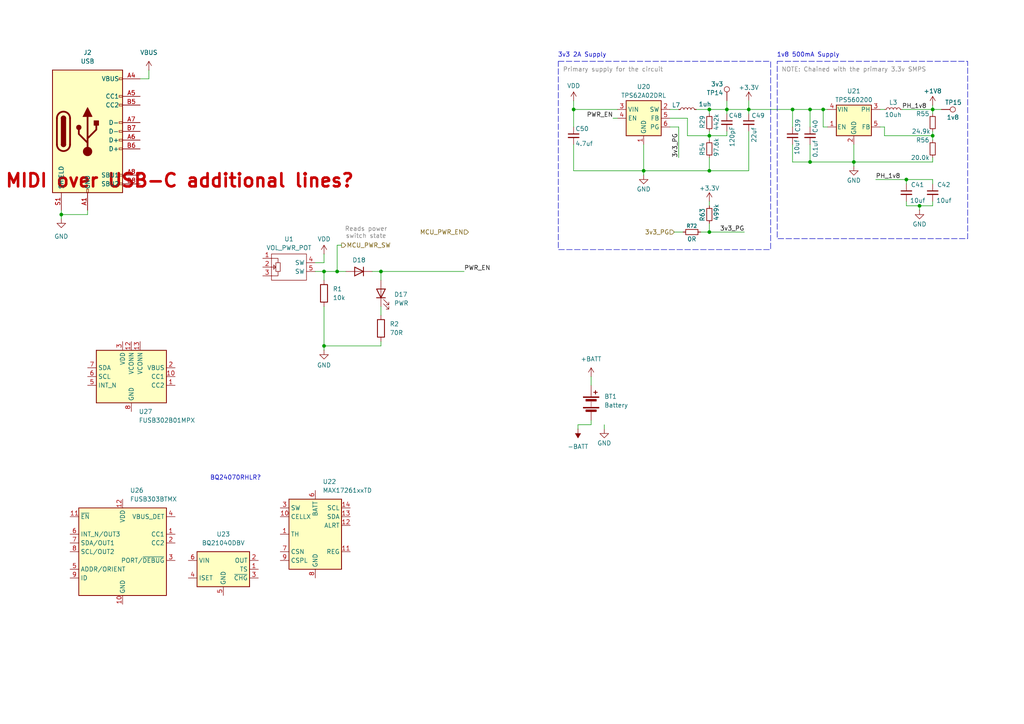
<source format=kicad_sch>
(kicad_sch (version 20250114) (generator "eeschema") (generator_version "9.0")
  (paper "A4")
  (lib_symbols
    (symbol "Battery_Management:BQ21040DBV"
      (property "Reference" "U" (at -7.62 6.35 0))
      (property "Value" "BQ21040DBV" (at 1.27 6.35 0))
      (symbol "BQ21040DBV_0_1"
        (rectangle (start -7.62 5.08) (end 7.62 -5.08) (stroke (width 0.254)) (fill (type background)))
      )
      (symbol "BQ21040DBV_1_1"
        (pin power_in line (at -10.16 2.54 0) (length 2.54) (name "VIN") (number "6"))
        (pin input line (at -10.16 -2.54 0) (length 2.54) (name "ISET") (number "4"))
        (pin power_in line (at 0 -7.62 90) (length 2.54) (name "GND") (number "5"))
        (pin power_out line (at 10.16 2.54 180) (length 2.54) (name "OUT") (number "2"))
        (pin input line (at 10.16 0 180) (length 2.54) (name "TS") (number "1"))
        (pin open_collector line (at 10.16 -2.54 180) (length 2.54) (name "~{CHG}") (number "3"))
      )
    )
    (symbol "Battery_Management:MAX17261xxTD"
      (property "Reference" "U" (at -6.985 11.43 0))
      (property "Value" "MAX17261xxTD" (at 8.255 11.43 0))
      (symbol "MAX17261xxTD_0_1"
        (rectangle (start -7.62 10.16) (end 7.62 -10.16) (stroke (width 0.254)) (fill (type background)))
      )
      (symbol "MAX17261xxTD_1_1"
        (pin output line (at -10.16 7.62 0) (length 2.54) (name "SW") (number "3"))
        (pin input line (at -10.16 5.08 0) (length 2.54) (name "CELLX") (number "10"))
        (pin passive line (at -10.16 0 0) (length 2.54) (name "TH") (number "1"))
        (pin passive line (at -10.16 -5.08 0) (length 2.54) (name "CSN") (number "7"))
        (pin passive line (at -10.16 -7.62 0) (length 2.54) (name "CSPL") (number "9"))
        (pin no_connect line (at -2.54 -10.16 90) (length 2.54) (hide yes) (name "NC") (number "4"))
        (pin power_in line (at 0 12.7 270) (length 2.54) (name "BATT") (number "6"))
        (pin passive line (at 0 -12.7 90) (length 2.54) (hide yes) (name "GND") (number "15"))
        (pin power_in line (at 0 -12.7 90) (length 2.54) (name "GND") (number "8"))
        (pin no_connect line (at 2.54 -10.16 90) (length 2.54) (hide yes) (name "NC") (number "2"))
        (pin no_connect line (at 5.08 -10.16 90) (length 2.54) (hide yes) (name "NC") (number "5"))
        (pin input line (at 10.16 7.62 180) (length 2.54) (name "SCL") (number "14"))
        (pin bidirectional line (at 10.16 5.08 180) (length 2.54) (name "SDA") (number "13"))
        (pin open_collector line (at 10.16 2.54 180) (length 2.54) (name "ALRT") (number "12"))
        (pin power_out line (at 10.16 -5.08 180) (length 2.54) (name "REG") (number "11"))
      )
    )
    (symbol "Connector:TestPoint" (pin_numbers (hide yes)) (pin_names (offset 0.762) (hide yes))
      (property "Reference" "TP" (at 0 6.858 0))
      (property "Value" "TestPoint" (at 0 5.08 0))
      (symbol "TestPoint_0_1"
        (circle (center 0 3.302) (radius 0.762))
      )
      (symbol "TestPoint_1_1"
        (pin passive line (at 0 0 90) (length 2.54) (name "1") (number "1"))
      )
    )
    (symbol "Connector:USB_C_Receptacle_USB2.0_16P" (pin_names (offset 1.016))
      (property "Reference" "J" (at 0 22.225 0))
      (property "Value" "USB_C_Receptacle_USB2.0_16P" (at 0 19.685 0))
      (symbol "USB_C_Receptacle_USB2.0_16P_0_0"
        (rectangle (start -0.254 -17.78) (end 0.254 -16.764))
        (rectangle (start 10.16 15.494) (end 9.144 14.986))
        (rectangle (start 10.16 10.414) (end 9.144 9.906))
        (rectangle (start 10.16 7.874) (end 9.144 7.366))
        (rectangle (start 10.16 2.794) (end 9.144 2.286))
        (rectangle (start 10.16 0.254) (end 9.144 -0.254))
        (rectangle (start 10.16 -2.286) (end 9.144 -2.794))
        (rectangle (start 10.16 -4.826) (end 9.144 -5.334))
        (rectangle (start 10.16 -12.446) (end 9.144 -12.954))
        (rectangle (start 10.16 -14.986) (end 9.144 -15.494))
      )
      (symbol "USB_C_Receptacle_USB2.0_16P_0_1"
        (rectangle (start -10.16 17.78) (end 10.16 -17.78) (stroke (width 0.254)) (fill (type background)))
        (polyline (pts (xy -8.89 -3.81) (xy -8.89 3.81)) (stroke (width 0.508)))
        (rectangle (start -7.62 -3.81) (end -6.35 3.81) (stroke (width 0.254)) (fill (type outline)))
        (arc (start -7.62 3.81) (mid -6.985 4.4423) (end -6.35 3.81) (stroke (width 0.254)))
        (arc (start -7.62 3.81) (mid -6.985 4.4423) (end -6.35 3.81) (stroke (width 0.254)) (fill (type outline)))
        (arc (start -8.89 3.81) (mid -6.985 5.7067) (end -5.08 3.81) (stroke (width 0.508)))
        (arc (start -5.08 -3.81) (mid -6.985 -5.7067) (end -8.89 -3.81) (stroke (width 0.508)))
        (arc (start -6.35 -3.81) (mid -6.985 -4.4423) (end -7.62 -3.81) (stroke (width 0.254)))
        (arc (start -6.35 -3.81) (mid -6.985 -4.4423) (end -7.62 -3.81) (stroke (width 0.254)) (fill (type outline)))
        (polyline (pts (xy -5.08 3.81) (xy -5.08 -3.81)) (stroke (width 0.508)))
        (circle (center -2.54 1.143) (radius 0.635) (stroke (width 0.254)) (fill (type outline)))
        (polyline (pts (xy -1.27 4.318) (xy 0 6.858) (xy 1.27 4.318) (xy -1.27 4.318)) (stroke (width 0.254)) (fill (type outline)))
        (polyline (pts (xy 0 -2.032) (xy 2.54 0.508) (xy 2.54 1.778)) (stroke (width 0.508)))
        (polyline (pts (xy 0 -3.302) (xy -2.54 -0.762) (xy -2.54 0.508)) (stroke (width 0.508)))
        (polyline (pts (xy 0 -5.842) (xy 0 4.318)) (stroke (width 0.508)))
        (circle (center 0 -5.842) (radius 1.27) (fill (type outline)))
        (rectangle (start 1.905 1.778) (end 3.175 3.048) (stroke (width 0.254)) (fill (type outline)))
      )
      (symbol "USB_C_Receptacle_USB2.0_16P_1_1"
        (pin passive line (at -7.62 -22.86 90) (length 5.08) (name "SHIELD") (number "S1"))
        (pin passive line (at 0 -22.86 90) (length 5.08) (name "GND") (number "A1"))
        (pin passive line (at 0 -22.86 90) (length 5.08) (hide yes) (name "GND") (number "A12"))
        (pin passive line (at 0 -22.86 90) (length 5.08) (hide yes) (name "GND") (number "B1"))
        (pin passive line (at 0 -22.86 90) (length 5.08) (hide yes) (name "GND") (number "B12"))
        (pin passive line (at 15.24 15.24 180) (length 5.08) (name "VBUS") (number "A4"))
        (pin passive line (at 15.24 15.24 180) (length 5.08) (hide yes) (name "VBUS") (number "A9"))
        (pin passive line (at 15.24 15.24 180) (length 5.08) (hide yes) (name "VBUS") (number "B4"))
        (pin passive line (at 15.24 15.24 180) (length 5.08) (hide yes) (name "VBUS") (number "B9"))
        (pin bidirectional line (at 15.24 10.16 180) (length 5.08) (name "CC1") (number "A5"))
        (pin bidirectional line (at 15.24 7.62 180) (length 5.08) (name "CC2") (number "B5"))
        (pin bidirectional line (at 15.24 2.54 180) (length 5.08) (name "D-") (number "A7"))
        (pin bidirectional line (at 15.24 0 180) (length 5.08) (name "D-") (number "B7"))
        (pin bidirectional line (at 15.24 -2.54 180) (length 5.08) (name "D+") (number "A6"))
        (pin bidirectional line (at 15.24 -5.08 180) (length 5.08) (name "D+") (number "B6"))
        (pin bidirectional line (at 15.24 -12.7 180) (length 5.08) (name "SBU1") (number "A8"))
        (pin bidirectional line (at 15.24 -15.24 180) (length 5.08) (name "SBU2") (number "B8"))
      )
    )
    (symbol "Device:Battery" (pin_numbers (hide yes)) (pin_names (offset 0) (hide yes))
      (property "Reference" "BT" (at 2.54 2.54 0))
      (property "Value" "Battery" (at 2.54 0 0))
      (symbol "Battery_0_1"
        (rectangle (start -2.286 1.778) (end 2.286 1.524) (fill (type outline)))
        (rectangle (start -2.286 -1.27) (end 2.286 -1.524) (fill (type outline)))
        (rectangle (start -1.524 1.016) (end 1.524 0.508) (fill (type outline)))
        (rectangle (start -1.524 -2.032) (end 1.524 -2.54) (fill (type outline)))
        (polyline (pts (xy 0 1.778) (xy 0 2.54)))
        (polyline (pts (xy 0 0) (xy 0 0.254)))
        (polyline (pts (xy 0 -0.508) (xy 0 -0.254)))
        (polyline (pts (xy 0 -1.016) (xy 0 -0.762)))
        (polyline (pts (xy 0.762 3.048) (xy 1.778 3.048)) (stroke (width 0.254)))
        (polyline (pts (xy 1.27 3.556) (xy 1.27 2.54)) (stroke (width 0.254)))
      )
      (symbol "Battery_1_1"
        (pin passive line (at 0 5.08 270) (length 2.54) (name "+") (number "1"))
        (pin passive line (at 0 -5.08 90) (length 2.54) (name "-") (number "2"))
      )
    )
    (symbol "Device:C_Small" (pin_numbers (hide yes)) (pin_names (offset 0.254) (hide yes))
      (property "Reference" "C" (at 0.254 1.778 0))
      (property "Value" "C_Small" (at 0.254 -2.032 0))
      (symbol "C_Small_0_1"
        (polyline (pts (xy -1.524 0.508) (xy 1.524 0.508)) (stroke (width 0.3048)))
        (polyline (pts (xy -1.524 -0.508) (xy 1.524 -0.508)) (stroke (width 0.3302)))
      )
      (symbol "C_Small_1_1"
        (pin passive line (at 0 2.54 270) (length 2.032) (name "~") (number "1"))
        (pin passive line (at 0 -2.54 90) (length 2.032) (name "~") (number "2"))
      )
    )
    (symbol "Device:D" (pin_numbers (hide yes)) (pin_names (offset 1.016) (hide yes))
      (property "Reference" "D" (at 0 2.54 0))
      (property "Value" "D" (at 0 -2.54 0))
      (symbol "D_0_1"
        (polyline (pts (xy -1.27 1.27) (xy -1.27 -1.27)) (stroke (width 0.254)))
        (polyline (pts (xy 1.27 1.27) (xy 1.27 -1.27) (xy -1.27 0) (xy 1.27 1.27)) (stroke (width 0.254)))
        (polyline (pts (xy 1.27 0) (xy -1.27 0)))
      )
      (symbol "D_1_1"
        (pin passive line (at -3.81 0 0) (length 2.54) (name "K") (number "1"))
        (pin passive line (at 3.81 0 180) (length 2.54) (name "A") (number "2"))
      )
    )
    (symbol "Device:LED" (pin_numbers (hide yes)) (pin_names (offset 1.016) (hide yes))
      (property "Reference" "D" (at 0 2.54 0))
      (property "Value" "LED" (at 0 -2.54 0))
      (symbol "LED_0_1"
        (polyline (pts (xy -3.048 -0.762) (xy -4.572 -2.286) (xy -3.81 -2.286) (xy -4.572 -2.286) (xy -4.572 -1.524)))
        (polyline (pts (xy -1.778 -0.762) (xy -3.302 -2.286) (xy -2.54 -2.286) (xy -3.302 -2.286) (xy -3.302 -1.524)))
        (polyline (pts (xy -1.27 0) (xy 1.27 0)))
        (polyline (pts (xy -1.27 -1.27) (xy -1.27 1.27)) (stroke (width 0.254)))
        (polyline (pts (xy 1.27 -1.27) (xy 1.27 1.27) (xy -1.27 0) (xy 1.27 -1.27)) (stroke (width 0.254)))
      )
      (symbol "LED_1_1"
        (pin passive line (at -3.81 0 0) (length 2.54) (name "K") (number "1"))
        (pin passive line (at 3.81 0 180) (length 2.54) (name "A") (number "2"))
      )
    )
    (symbol "Device:L_Small" (pin_numbers (hide yes)) (pin_names (offset 0.254) (hide yes))
      (property "Reference" "L" (at 0.762 1.016 0))
      (property "Value" "L_Small" (at 0.762 -1.016 0))
      (symbol "L_Small_0_1"
        (arc (start 0 2.032) (mid 0.5058 1.524) (end 0 1.016))
        (arc (start 0 1.016) (mid 0.5058 0.508) (end 0 0))
        (arc (start 0 0) (mid 0.5058 -0.508) (end 0 -1.016))
        (arc (start 0 -1.016) (mid 0.5058 -1.524) (end 0 -2.032))
      )
      (symbol "L_Small_1_1"
        (pin passive line (at 0 2.54 270) (length 0.508) (name "~") (number "1"))
        (pin passive line (at 0 -2.54 90) (length 0.508) (name "~") (number "2"))
      )
    )
    (symbol "Device:R" (pin_numbers (hide yes)) (pin_names (offset 0))
      (property "Reference" "R" (at 2.032 0 90))
      (property "Value" "R" (at 0 0 90))
      (symbol "R_0_1"
        (rectangle (start -1.016 -2.54) (end 1.016 2.54) (stroke (width 0.254)))
      )
      (symbol "R_1_1"
        (pin passive line (at 0 3.81 270) (length 1.27) (name "~") (number "1"))
        (pin passive line (at 0 -3.81 90) (length 1.27) (name "~") (number "2"))
      )
    )
    (symbol "Device:R_Small" (pin_numbers (hide yes)) (pin_names (offset 0.254) (hide yes))
      (property "Reference" "R" (at 0 0 90))
      (property "Value" "R_Small" (at 1.778 0 90))
      (symbol "R_Small_0_1"
        (rectangle (start -0.762 1.778) (end 0.762 -1.778) (stroke (width 0.2032)))
      )
      (symbol "R_Small_1_1"
        (pin passive line (at 0 2.54 270) (length 0.762) (name "~") (number "1"))
        (pin passive line (at 0 -2.54 90) (length 0.762) (name "~") (number "2"))
      )
    )
    (symbol "Interface_USB:FUSB302B01MPX"
      (property "Reference" "U" (at -10.16 8.89 0))
      (property "Value" "FUSB302B01MPX" (at 3.81 8.89 0))
      (symbol "FUSB302B01MPX_0_1"
        (rectangle (start -10.16 7.62) (end 10.16 -7.62) (stroke (width 0.254)) (fill (type background)))
      )
      (symbol "FUSB302B01MPX_1_1"
        (pin bidirectional line (at -12.7 2.54 0) (length 2.54) (name "SDA") (number "7"))
        (pin input line (at -12.7 0 0) (length 2.54) (name "SCL") (number "6"))
        (pin open_collector line (at -12.7 -2.54 0) (length 2.54) (name "INT_N") (number "5"))
        (pin power_in line (at -2.54 10.16 270) (length 2.54) (name "VDD") (number "3"))
        (pin passive line (at -2.54 10.16 270) (length 2.54) (hide yes) (name "VDD") (number "4"))
        (pin power_in line (at 0 10.16 270) (length 2.54) (name "VCONN") (number "12"))
        (pin passive line (at 0 -10.16 90) (length 2.54) (hide yes) (name "GND") (number "15"))
        (pin power_in line (at 0 -10.16 90) (length 2.54) (name "GND") (number "8"))
        (pin passive line (at 0 -10.16 90) (length 2.54) (hide yes) (name "GND") (number "9"))
        (pin power_in line (at 2.54 10.16 270) (length 2.54) (name "VCONN") (number "13"))
        (pin input line (at 12.7 2.54 180) (length 2.54) (name "VBUS") (number "2"))
        (pin bidirectional line (at 12.7 0 180) (length 2.54) (name "CC1") (number "10"))
        (pin bidirectional line (at 12.7 0 180) (length 2.54) (hide yes) (name "CC1") (number "11"))
        (pin bidirectional line (at 12.7 -2.54 180) (length 2.54) (name "CC2") (number "1"))
        (pin bidirectional line (at 12.7 -2.54 180) (length 2.54) (hide yes) (name "CC2") (number "14"))
      )
    )
    (symbol "Interface_USB:FUSB303BTMX"
      (property "Reference" "U" (at -11.43 13.97 0))
      (property "Value" "FUSB303BTMX" (at 7.62 -13.97 0))
      (symbol "FUSB303BTMX_0_1"
        (rectangle (start -12.7 12.7) (end 12.7 -12.7) (stroke (width 0.254)) (fill (type background)))
      )
      (symbol "FUSB303BTMX_1_1"
        (pin input line (at -15.24 10.16 0) (length 2.54) (name "~{EN}") (number "11"))
        (pin open_collector line (at -15.24 5.08 0) (length 2.54) (name "INT_N/OUT3") (number "6"))
        (pin bidirectional line (at -15.24 2.54 0) (length 2.54) (name "SDA/OUT1") (number "7"))
        (pin bidirectional line (at -15.24 0 0) (length 2.54) (name "SCL/OUT2") (number "8"))
        (pin bidirectional line (at -15.24 -5.08 0) (length 2.54) (name "ADDR/ORIENT") (number "5"))
        (pin open_collector line (at -15.24 -7.62 0) (length 2.54) (name "ID") (number "9"))
        (pin power_in line (at 0 15.24 270) (length 2.54) (name "VDD") (number "12"))
        (pin power_in line (at 0 -15.24 90) (length 2.54) (name "GND") (number "10"))
        (pin input line (at 15.24 10.16 180) (length 2.54) (name "VBUS_DET") (number "4"))
        (pin bidirectional line (at 15.24 5.08 180) (length 2.54) (name "CC1") (number "1"))
        (pin bidirectional line (at 15.24 2.54 180) (length 2.54) (name "CC2") (number "2"))
        (pin bidirectional line (at 15.24 -2.54 180) (length 2.54) (name "PORT/~{DEBUG}") (number "3"))
      )
    )
    (symbol "Regulator_Switching:TPS560200" (pin_names (offset 0.254))
      (property "Reference" "U" (at -5.08 5.08 0))
      (property "Value" "TPS560200" (at 0 5.08 0))
      (symbol "TPS560200_0_1"
        (rectangle (start -5.08 3.81) (end 5.08 -5.08) (stroke (width 0.254)) (fill (type background)))
      )
      (symbol "TPS560200_1_1"
        (pin power_in line (at -7.62 2.54 0) (length 2.54) (name "VIN") (number "4"))
        (pin input line (at -7.62 -2.54 0) (length 2.54) (name "EN") (number "1"))
        (pin power_in line (at 0 -7.62 90) (length 2.54) (name "GND") (number "2"))
        (pin power_out line (at 7.62 2.54 180) (length 2.54) (name "PH") (number "3"))
        (pin input line (at 7.62 -2.54 180) (length 2.54) (name "FB") (number "5"))
      )
    )
    (symbol "Regulator_Switching:TPS62A02DRL"
      (property "Reference" "U" (at -5.08 6.35 0))
      (property "Value" "TPS62A02DRL" (at 0 6.35 0))
      (symbol "TPS62A02DRL_0_1"
        (rectangle (start -5.08 5.08) (end 5.08 -5.08) (stroke (width 0.254)) (fill (type background)))
      )
      (symbol "TPS62A02DRL_1_1"
        (pin power_in line (at -7.62 2.54 0) (length 2.54) (name "VIN") (number "3"))
        (pin input line (at -7.62 0 0) (length 2.54) (name "EN") (number "4"))
        (pin power_in line (at 0 -7.62 90) (length 2.54) (name "GND") (number "1"))
        (pin power_out line (at 7.62 2.54 180) (length 2.54) (name "SW") (number "2"))
        (pin input line (at 7.62 0 180) (length 2.54) (name "FB") (number "5"))
        (pin open_collector line (at 7.62 -2.54 180) (length 2.54) (name "PG") (number "6"))
      )
    )
    (symbol "pocket_synth:PTR901-2015K-B103"
      (property "Reference" "U" (at 0 0 0))
      (symbol "PTR901-2015K-B103_0_1"
        (rectangle (start -5.08 3.81) (end 5.08 -3.81))
        (polyline (pts (xy 3.175 1.27) (xy 3.175 2.54) (xy 5.08 2.54)))
        (polyline (pts (xy 3.175 -1.27) (xy 3.175 -2.54) (xy 5.08 -2.54)))
        (rectangle (start 3.81 1.27) (end 2.54 -1.27))
        (polyline (pts (xy 3.81 0) (xy 5.08 0)))
        (polyline (pts (xy 3.81 0) (xy 4.445 -0.635) (xy 4.445 0.635) (xy 3.81 0)))
      )
      (symbol "PTR901-2015K-B103_1_1"
        (pin input line (at -7.62 1.27 0) (length 2.54) (name "SW") (number "4"))
        (pin input line (at -7.62 -1.27 0) (length 2.54) (name "SW") (number "5"))
        (pin input line (at 7.62 2.54 180) (length 2.54) (name "") (number "1"))
        (pin input line (at 7.62 0 180) (length 2.54) (name "") (number "2"))
        (pin input line (at 7.62 -2.54 180) (length 2.54) (name "") (number "3"))
      )
    )
    (symbol "power:+1V8" (power) (pin_numbers (hide yes)) (pin_names (offset 0) (hide yes))
      (property "Value" "+1V8" (at 0 3.556 0))
      (symbol "+1V8_0_1"
        (polyline (pts (xy -0.762 1.27) (xy 0 2.54)))
        (polyline (pts (xy 0 2.54) (xy 0.762 1.27)))
        (polyline (pts (xy 0 0) (xy 0 2.54)))
      )
      (symbol "+1V8_1_1"
        (pin power_in line (at 0 0 90) (length 0) (name "~") (number "1"))
      )
    )
    (symbol "power:+3.3V" (power) (pin_numbers (hide yes)) (pin_names (offset 0) (hide yes))
      (property "Value" "+3.3V" (at 0 3.556 0))
      (symbol "+3.3V_0_1"
        (polyline (pts (xy -0.762 1.27) (xy 0 2.54)))
        (polyline (pts (xy 0 2.54) (xy 0.762 1.27)))
        (polyline (pts (xy 0 0) (xy 0 2.54)))
      )
      (symbol "+3.3V_1_1"
        (pin power_in line (at 0 0 90) (length 0) (name "~") (number "1"))
      )
    )
    (symbol "power:+BATT" (power) (pin_numbers (hide yes)) (pin_names (offset 0) (hide yes))
      (property "Value" "+BATT" (at 0 3.556 0))
      (symbol "+BATT_0_1"
        (polyline (pts (xy -0.762 1.27) (xy 0 2.54)))
        (polyline (pts (xy 0 2.54) (xy 0.762 1.27)))
        (polyline (pts (xy 0 0) (xy 0 2.54)))
      )
      (symbol "+BATT_1_1"
        (pin power_in line (at 0 0 90) (length 0) (name "~") (number "1"))
      )
    )
    (symbol "power:-BATT" (power) (pin_numbers (hide yes)) (pin_names (offset 0) (hide yes))
      (property "Value" "-BATT" (at 0 3.556 0))
      (symbol "-BATT_0_1"
        (polyline (pts (xy 0 0) (xy 0 2.54)))
        (polyline (pts (xy 0.762 1.27) (xy -0.762 1.27) (xy 0 2.54) (xy 0.762 1.27)) (fill (type outline)))
      )
      (symbol "-BATT_1_1"
        (pin power_in line (at 0 0 90) (length 0) (name "~") (number "1"))
      )
    )
    (symbol "power:GND" (power) (pin_numbers (hide yes)) (pin_names (offset 0) (hide yes))
      (property "Value" "GND" (at 0 -3.81 0))
      (symbol "GND_0_1"
        (polyline (pts (xy 0 0) (xy 0 -1.27) (xy 1.27 -1.27) (xy 0 -2.54) (xy -1.27 -1.27) (xy 0 -1.27)))
      )
      (symbol "GND_1_1"
        (pin power_in line (at 0 0 270) (length 0) (name "~") (number "1"))
      )
    )
    (symbol "power:VBUS" (power) (pin_numbers (hide yes)) (pin_names (offset 0) (hide yes))
      (property "Value" "VBUS" (at 0 3.556 0))
      (symbol "VBUS_0_1"
        (polyline (pts (xy -0.762 1.27) (xy 0 2.54)))
        (polyline (pts (xy 0 2.54) (xy 0.762 1.27)))
        (polyline (pts (xy 0 0) (xy 0 2.54)))
      )
      (symbol "VBUS_1_1"
        (pin power_in line (at 0 0 90) (length 0) (name "~") (number "1"))
      )
    )
    (symbol "power:VDD" (power) (pin_numbers (hide yes)) (pin_names (offset 0) (hide yes))
      (property "Value" "VDD" (at 0 3.556 0))
      (symbol "VDD_0_1"
        (polyline (pts (xy -0.762 1.27) (xy 0 2.54)))
        (polyline (pts (xy 0 2.54) (xy 0.762 1.27)))
        (polyline (pts (xy 0 0) (xy 0 2.54)))
      )
      (symbol "VDD_1_1"
        (pin power_in line (at 0 0 90) (length 0) (name "~") (number "1"))
      )
    )
  )
  (rectangle (start 225.425 17.78) (end 280.67 69.215) (stroke (width 0) (type dash)))
  (rectangle (start 161.925 17.78) (end 223.52 72.39) (stroke (width 0) (type dash)))
  (text "Primary supply for the circuit" (at 177.8 20.32 0) (effects (font (size 1.27 1.27))))
  (text "TODO: MIDI over USB-C additional lines?" (at 42.418 52.578 0) (effects (font (size 3.81 3.81) (thickness 0.762) (bold yes))))
  (text "Reads power\nswitch state" (at 106.172 67.564 0) (effects (font (size 1.27 1.27))))
  (text "1v8 500mA Supply" (at 225.298 16.002 0) (effects (font (size 1.27 1.27)) (justify left)))
  (text "BQ24070RHLR?" (at 68.326 138.684 0) (effects (font (size 1.27 1.27))))
  (text "3v3 2A Supply" (at 161.798 16.002 0) (effects (font (size 1.27 1.27)) (justify left)))
  (text "NOTE: Chained with the primary 3.3v SMPS" (at 247.65 20.32 0) (effects (font (size 1.27 1.27))))
  (junction (at 93.98 78.74))
  (junction (at 210.82 31.75))
  (junction (at 166.37 31.75))
  (junction (at 205.74 67.31))
  (junction (at 238.76 31.75))
  (junction (at 247.65 46.99))
  (junction (at 205.74 49.53))
  (junction (at 17.78 62.23))
  (junction (at 270.51 39.37))
  (junction (at 205.74 39.37))
  (junction (at 110.49 78.74))
  (junction (at 266.7 59.69))
  (junction (at 97.79 78.74))
  (junction (at 186.69 49.53))
  (junction (at 262.89 52.07))
  (junction (at 234.95 31.75))
  (junction (at 229.87 31.75))
  (junction (at 93.98 100.33))
  (junction (at 205.74 31.75))
  (junction (at 234.95 46.99))
  (junction (at 217.17 31.75))
  (junction (at 270.51 31.75))
  (wire (pts (xy 229.87 31.75) (xy 234.95 31.75)))
  (wire (pts (xy 205.74 39.37) (xy 205.74 40.64)))
  (wire (pts (xy 91.44 78.74) (xy 93.98 78.74)))
  (wire (pts (xy 93.98 100.33) (xy 93.98 101.6)))
  (wire (pts (xy 240.03 31.75) (xy 238.76 31.75)))
  (wire (pts (xy 167.64 123.19) (xy 167.64 124.46)))
  (wire (pts (xy 175.26 123.19) (xy 175.26 124.46)))
  (wire (pts (xy 270.51 39.37) (xy 256.54 39.37)))
  (wire (pts (xy 229.87 46.99) (xy 229.87 41.91)))
  (wire (pts (xy 210.82 31.75) (xy 217.17 31.75)))
  (wire (pts (xy 270.51 46.99) (xy 247.65 46.99)))
  (wire (pts (xy 97.79 78.74) (xy 100.33 78.74)))
  (wire (pts (xy 217.17 49.53) (xy 205.74 49.53)))
  (wire (pts (xy 270.51 45.72) (xy 270.51 46.99)))
  (wire (pts (xy 43.18 20.32) (xy 43.18 22.86)))
  (wire (pts (xy 270.51 58.42) (xy 270.51 59.69)))
  (wire (pts (xy 17.78 62.23) (xy 25.4 62.23)))
  (wire (pts (xy 186.69 41.91) (xy 186.69 49.53)))
  (wire (pts (xy 40.64 22.86) (xy 43.18 22.86)))
  (wire (pts (xy 240.03 36.83) (xy 238.76 36.83)))
  (wire (pts (xy 166.37 31.75) (xy 166.37 36.83)))
  (wire (pts (xy 194.31 31.75) (xy 196.85 31.75)))
  (wire (pts (xy 229.87 46.99) (xy 234.95 46.99)))
  (wire (pts (xy 238.76 31.75) (xy 234.95 31.75)))
  (wire (pts (xy 93.98 73.66) (xy 93.98 76.2)))
  (wire (pts (xy 256.54 36.83) (xy 255.27 36.83)))
  (wire (pts (xy 217.17 31.75) (xy 217.17 33.02)))
  (wire (pts (xy 217.17 38.1) (xy 217.17 49.53)))
  (wire (pts (xy 25.4 60.96) (xy 25.4 62.23)))
  (wire (pts (xy 99.06 71.12) (xy 97.79 71.12)))
  (wire (pts (xy 205.74 67.31) (xy 215.9 67.31)))
  (wire (pts (xy 270.51 52.07) (xy 262.89 52.07)))
  (wire (pts (xy 166.37 29.21) (xy 166.37 31.75)))
  (wire (pts (xy 110.49 78.74) (xy 134.62 78.74)))
  (wire (pts (xy 262.89 59.69) (xy 266.7 59.69)))
  (wire (pts (xy 205.74 38.1) (xy 205.74 39.37)))
  (wire (pts (xy 93.98 78.74) (xy 93.98 81.28)))
  (wire (pts (xy 17.78 60.96) (xy 17.78 62.23)))
  (wire (pts (xy 229.87 31.75) (xy 229.87 36.83)))
  (wire (pts (xy 195.58 67.31) (xy 198.12 67.31)))
  (wire (pts (xy 254 52.07) (xy 262.89 52.07)))
  (wire (pts (xy 166.37 31.75) (xy 179.07 31.75)))
  (wire (pts (xy 262.89 52.07) (xy 262.89 53.34)))
  (wire (pts (xy 217.17 31.75) (xy 229.87 31.75)))
  (wire (pts (xy 110.49 78.74) (xy 110.49 81.28)))
  (wire (pts (xy 186.69 49.53) (xy 186.69 50.8)))
  (wire (pts (xy 262.89 58.42) (xy 262.89 59.69)))
  (wire (pts (xy 205.74 45.72) (xy 205.74 49.53)))
  (wire (pts (xy 110.49 88.9) (xy 110.49 91.44)))
  (wire (pts (xy 256.54 39.37) (xy 256.54 36.83)))
  (wire (pts (xy 210.82 29.21) (xy 210.82 31.75)))
  (wire (pts (xy 270.51 38.1) (xy 270.51 39.37)))
  (wire (pts (xy 93.98 76.2) (xy 91.44 76.2)))
  (wire (pts (xy 93.98 88.9) (xy 93.98 100.33)))
  (wire (pts (xy 234.95 41.91) (xy 234.95 46.99)))
  (wire (pts (xy 199.39 39.37) (xy 205.74 39.37)))
  (wire (pts (xy 199.39 39.37) (xy 199.39 34.29)))
  (wire (pts (xy 261.62 31.75) (xy 270.51 31.75)))
  (wire (pts (xy 205.74 67.31) (xy 205.74 64.77)))
  (wire (pts (xy 17.78 62.23) (xy 17.78 63.5)))
  (wire (pts (xy 210.82 39.37) (xy 205.74 39.37)))
  (wire (pts (xy 199.39 34.29) (xy 194.31 34.29)))
  (wire (pts (xy 203.2 67.31) (xy 205.74 67.31)))
  (wire (pts (xy 93.98 100.33) (xy 110.49 100.33)))
  (wire (pts (xy 201.93 31.75) (xy 205.74 31.75)))
  (wire (pts (xy 247.65 46.99) (xy 247.65 48.26)))
  (wire (pts (xy 196.85 36.83) (xy 194.31 36.83)))
  (wire (pts (xy 177.8 34.29) (xy 179.07 34.29)))
  (wire (pts (xy 270.51 31.75) (xy 273.05 31.75)))
  (wire (pts (xy 255.27 31.75) (xy 256.54 31.75)))
  (wire (pts (xy 247.65 46.99) (xy 234.95 46.99)))
  (wire (pts (xy 186.69 49.53) (xy 205.74 49.53)))
  (wire (pts (xy 167.64 123.19) (xy 171.45 123.19)))
  (wire (pts (xy 166.37 41.91) (xy 166.37 49.53)))
  (wire (pts (xy 171.45 123.19) (xy 171.45 121.92)))
  (wire (pts (xy 270.51 30.48) (xy 270.51 31.75)))
  (wire (pts (xy 196.85 36.83) (xy 196.85 45.72)))
  (wire (pts (xy 97.79 71.12) (xy 97.79 78.74)))
  (wire (pts (xy 247.65 41.91) (xy 247.65 46.99)))
  (wire (pts (xy 266.7 59.69) (xy 266.7 60.96)))
  (wire (pts (xy 238.76 36.83) (xy 238.76 31.75)))
  (wire (pts (xy 270.51 31.75) (xy 270.51 33.02)))
  (wire (pts (xy 210.82 31.75) (xy 210.82 33.02)))
  (wire (pts (xy 166.37 49.53) (xy 186.69 49.53)))
  (wire (pts (xy 210.82 38.1) (xy 210.82 39.37)))
  (wire (pts (xy 205.74 31.75) (xy 205.74 33.02)))
  (wire (pts (xy 217.17 31.75) (xy 217.17 29.21)))
  (wire (pts (xy 93.98 78.74) (xy 97.79 78.74)))
  (wire (pts (xy 270.51 53.34) (xy 270.51 52.07)))
  (wire (pts (xy 110.49 100.33) (xy 110.49 99.06)))
  (wire (pts (xy 107.95 78.74) (xy 110.49 78.74)))
  (wire (pts (xy 266.7 59.69) (xy 270.51 59.69)))
  (wire (pts (xy 205.74 58.42) (xy 205.74 59.69)))
  (wire (pts (xy 205.74 31.75) (xy 210.82 31.75)))
  (wire (pts (xy 171.45 109.22) (xy 171.45 111.76)))
  (wire (pts (xy 270.51 39.37) (xy 270.51 40.64)))
  (wire (pts (xy 234.95 31.75) (xy 234.95 36.83)))
  (label "PWR_EN" (at 177.8 34.29 180))
  (label "PWR_EN" (at 134.62 78.74 0))
  (label "PH_1v8" (at 261.62 31.75 0))
  (label "3v3_PG" (at 196.85 45.72 90) (effects (font (thickness 0.1588))))
  (label "PH_1v8" (at 254 52.07 0))
  (label "3v3_PG" (at 215.9 67.31 180) (effects (font (thickness 0.1588))))
  (hierarchical_label "MCU_PWR_EN" (shape input) (at 135.89 67.31 180))
  (hierarchical_label "3v3_PG" (shape input) (at 195.58 67.31 180))
  (hierarchical_label "MCU_PWR_SW" (shape output) (at 99.06 71.12 0))
  (symbol (lib_id "power:GND") (at 175.26 124.46 0) (unit 1)
    (property "Reference" "#PWR048" (effects (hide yes)))
    (property "Value" "GND" (at 175.26 128.524 0))
    (property "Description" "Power symbol creates a global label with name \"GND\" , ground" (effects (hide yes)))
  )
  (symbol (lib_id "Device:D") (at 104.14 78.74 180) (unit 1)
    (property "Reference" "D18" (at 104.14 75.438 0))
    (property "Value" "D" (effects (hide yes)))
    (property "Description" "Diode" (effects (hide yes)))
    (property "Sim.Device" "D" (effects (hide yes)))
    (property "Sim.Pins" "1=K 2=A" (effects (hide yes)))
  )
  (symbol (lib_id "power:GND") (at 186.69 50.8 0) (unit 1)
    (property "Reference" "#PWR047" (effects (hide yes)))
    (property "Value" "GND" (at 186.69 54.864 0))
    (property "Description" "Power symbol creates a global label with name \"GND\" , ground" (effects (hide yes)))
  )
  (symbol (lib_id "Regulator_Switching:TPS62A02DRL") (at 186.69 34.29 0) (unit 1)
    (property "Reference" "U20" (at 186.69 25.146 0))
    (property "Value" "TPS62A02DRL" (at 186.69 27.686 0))
    (property "Footprint" "Package_TO_SOT_SMD:SOT-563" (effects (hide yes)))
    (property "Datasheet" "https://www.ti.com/lit/gpn/tps62a02" (effects (hide yes)))
    (property "Description" "High Efficiency Synchronous Buck Converter, Adjustable Output 0.6V-5.5V, 2A, Power Good, Enable, SOT-563" (effects (hide yes)))
    (property "JLC" "C5350187" (effects (hide yes)))
  )
  (symbol (lib_id "power:VDD") (at 166.37 29.21 0) (unit 1)
    (property "Reference" "#PWR014" (effects (hide yes)))
    (property "Value" "VDD" (at 166.37 24.892 0))
    (property "Description" "Power symbol creates a global label with name \"VDD\"" (effects (hide yes)))
  )
  (symbol (lib_id "power:GND") (at 93.98 101.6 0) (mirror y) (unit 1)
    (property "Reference" "#PWR013" (effects (hide yes)))
    (property "Value" "GND" (at 93.98 105.918 0))
    (property "Description" "Power symbol creates a global label with name \"GND\" , ground" (effects (hide yes)))
  )
  (symbol (lib_id "Device:R") (at 93.98 85.09 0) (mirror y) (unit 1)
    (property "Reference" "R1" (at 96.52 83.8199 0) (effects (justify right)))
    (property "Value" "10k" (at 96.52 86.3599 0) (effects (justify right)))
    (property "Description" "Resistor" (effects (hide yes)))
  )
  (symbol (lib_id "Device:R_Small") (at 205.74 43.18 0) (unit 1)
    (property "Reference" "R54" (at 203.708 45.212 90) (effects (justify left)))
    (property "Value" "97.6k" (at 207.772 45.466 90) (effects (justify left)))
    (property "Footprint" "Resistor_SMD:R_0603_1608Metric_Pad0.98x0.95mm_HandSolder" (effects (hide yes)))
    (property "Description" "Resistor, small symbol" (effects (hide yes)))
  )
  (symbol (lib_id "Device:R_Small") (at 205.74 35.56 0) (unit 1)
    (property "Reference" "R29" (at 203.708 37.338 90) (effects (justify left)))
    (property "Value" "442k" (at 207.772 37.846 90) (effects (justify left)))
    (property "Footprint" "Resistor_SMD:R_0603_1608Metric_Pad0.98x0.95mm_HandSolder" (effects (hide yes)))
    (property "Description" "Resistor, small symbol" (effects (hide yes)))
  )
  (symbol (lib_id "pocket_synth:PTR901-2015K-B103") (at 83.82 77.47 0) (mirror y) (unit 1)
    (property "Reference" "U1" (at 83.82 69.342 0))
    (property "Value" "VOL_PWR_POT" (at 83.82 71.882 0))
    (property "Footprint" "pocket_synth:PTR901-2015K-B103" (effects (hide yes)))
  )
  (symbol (lib_id "power:GND") (at 17.78 63.5 0) (unit 1)
    (property "Reference" "#PWR04" (effects (hide yes)))
    (property "Value" "GND" (at 17.78 68.58 0))
    (property "Description" "Power symbol creates a global label with name \"GND\" , ground" (effects (hide yes)))
  )
  (symbol (lib_id "Device:C_Small") (at 210.82 35.56 0) (unit 1)
    (property "Reference" "C48" (at 211.328 33.528 0) (effects (justify left)))
    (property "Value" "120pF" (at 212.344 42.672 90) (effects (justify left)))
    (property "Footprint" "Capacitor_SMD:C_0603_1608Metric_Pad1.08x0.95mm_HandSolder" (effects (hide yes)))
    (property "Description" "Unpolarized capacitor, small symbol" (effects (hide yes)))
  )
  (symbol (lib_id "Regulator_Switching:TPS560200") (at 247.65 34.29 0) (unit 1)
    (property "Reference" "U21" (at 247.65 26.416 0))
    (property "Value" "TPS560200" (at 247.65 28.956 0))
    (property "Footprint" "Package_TO_SOT_SMD:SOT-23-5" (effects (hide yes)))
    (property "Datasheet" "http://www.ti.com/lit/ds/symlink/tps560200.pdf" (effects (hide yes)))
    (property "Description" "500mA, Synchronous Step-Down Converter With, Adjustable Output Voltage, 4.5-17V Input Voltage, SOT-23-5" (effects (hide yes)))
    (property "JLC" "C2070785" (effects (hide yes)))
  )
  (symbol (lib_id "Connector:TestPoint") (at 210.82 29.21 0) (mirror y) (unit 1)
    (property "Reference" "TP14" (at 209.804 26.924 0) (effects (justify left)))
    (property "Value" "3v3" (at 209.804 24.384 0) (effects (justify left)))
    (property "Footprint" "TestPoint:TestPoint_Pad_D1.0mm" (effects (hide yes)))
    (property "Description" "test point" (effects (hide yes)))
  )
  (symbol (lib_id "power:+3.3V") (at 205.74 58.42 0) (unit 1)
    (property "Reference" "#PWR053" (effects (hide yes)))
    (property "Value" "+3.3V" (at 205.74 54.61 0))
    (property "Description" "Power symbol creates a global label with name \"+3.3V\"" (effects (hide yes)))
  )
  (symbol (lib_id "Device:C_Small") (at 166.37 39.37 0) (unit 1)
    (property "Reference" "C50" (at 166.878 37.338 0) (effects (justify left)))
    (property "Value" "4.7uf" (at 166.878 41.656 0) (effects (justify left)))
    (property "Footprint" "Capacitor_SMD:C_0603_1608Metric_Pad1.08x0.95mm_HandSolder" (effects (hide yes)))
    (property "Description" "Unpolarized capacitor, small symbol" (effects (hide yes)))
  )
  (symbol (lib_id "Device:Battery") (at 171.45 116.84 0) (unit 1)
    (property "Reference" "BT1" (at 175.26 114.9984 0) (effects (justify left)))
    (property "Value" "Battery" (at 175.26 117.5384 0) (effects (justify left)))
    (property "Footprint" "Connector_JST:JST_PH_S2B-PH-SM4-TB_1x02-1MP_P2.00mm_Horizontal" (effects (hide yes)))
    (property "Description" "Multiple-cell battery" (effects (hide yes)))
  )
  (symbol (lib_id "Interface_USB:FUSB303BTMX") (at 35.56 160.02 0) (unit 1)
    (property "Reference" "U26" (at 37.7033 142.24 0) (effects (justify left)))
    (property "Value" "FUSB303BTMX" (at 37.7033 144.78 0) (effects (justify left)))
    (property "Footprint" "Package_DFN_QFN:Texas_X2QFN-12_1.6x1.6mm_P0.4mm" (effects (hide yes)))
    (property "Datasheet" "https://www.onsemi.com/pdf/datasheet/fusb303b-d.pdf" (effects (hide yes)))
    (property "Description" "USB Type-C port controller with I2C and GPIO control, X2QFN-12" (effects (hide yes)))
  )
  (symbol (lib_id "Device:C_Small") (at 234.95 39.37 0) (unit 1)
    (property "Reference" "C40" (at 236.474 38.608 90) (effects (justify left)))
    (property "Value" "0.1uf" (at 236.474 45.72 90) (effects (justify left)))
    (property "Footprint" "Capacitor_SMD:C_0603_1608Metric_Pad1.08x0.95mm_HandSolder" (effects (hide yes)))
    (property "Description" "Unpolarized capacitor, small symbol" (effects (hide yes)))
  )
  (symbol (lib_id "power:VDD") (at 93.98 73.66 0) (unit 1)
    (property "Reference" "#PWR020" (effects (hide yes)))
    (property "Value" "VDD" (at 93.98 69.342 0))
    (property "Description" "Power symbol creates a global label with name \"VDD\"" (effects (hide yes)))
  )
  (symbol (lib_id "Device:LED") (at 110.49 85.09 90) (unit 1)
    (property "Reference" "D17" (at 114.3 85.4074 90) (effects (justify right)))
    (property "Value" "PWR" (at 114.3 87.9474 90) (effects (justify right)))
    (property "Footprint" "LED_SMD:LED_0805_2012Metric_Pad1.15x1.40mm_HandSolder" (effects (hide yes)))
    (property "Description" "Light emitting diode" (effects (hide yes)))
    (property "Sim.Pins" "1=K 2=A" (effects (hide yes)))
  )
  (symbol (lib_id "Device:R_Small") (at 205.74 62.23 0) (unit 1)
    (property "Reference" "R63" (at 203.708 64.262 90) (effects (justify left)))
    (property "Value" "499k" (at 207.772 64.008 90) (effects (justify left)))
    (property "Footprint" "Resistor_SMD:R_0603_1608Metric_Pad0.98x0.95mm_HandSolder" (effects (hide yes)))
    (property "Description" "Resistor, small symbol" (effects (hide yes)))
  )
  (symbol (lib_id "Device:C_Small") (at 217.17 35.56 0) (unit 1)
    (property "Reference" "C49" (at 217.932 33.528 0) (effects (justify left)))
    (property "Value" "22uf" (at 218.694 41.402 90) (effects (justify left)))
    (property "Footprint" "Capacitor_SMD:C_0603_1608Metric_Pad1.08x0.95mm_HandSolder" (effects (hide yes)))
    (property "Description" "Unpolarized capacitor, small symbol" (effects (hide yes)))
  )
  (symbol (lib_id "power:+1V8") (at 270.51 30.48 0) (unit 1)
    (property "Reference" "#PWR077" (effects (hide yes)))
    (property "Value" "+1V8" (at 270.51 26.416 0))
    (property "Description" "Power symbol creates a global label with name \"+1V8\"" (effects (hide yes)))
  )
  (symbol (lib_id "Device:L_Small") (at 199.39 31.75 90) (unit 1)
    (property "Reference" "L7" (at 196.088 30.48 90))
    (property "Value" "1uh" (at 204.47 30.226 90))
    (property "Footprint" "Inductor_SMD:L_0603_1608Metric_Pad1.05x0.95mm_HandSolder" (effects (hide yes)))
    (property "Description" "Inductor, small symbol" (effects (hide yes)))
  )
  (symbol (lib_id "Device:C_Small") (at 262.89 55.88 0) (unit 1)
    (property "Reference" "C41" (at 264.16 53.594 0) (effects (justify left)))
    (property "Value" "10uf" (at 263.906 58.166 0) (effects (justify left)))
    (property "Footprint" "Capacitor_SMD:C_0603_1608Metric_Pad1.08x0.95mm_HandSolder" (effects (hide yes)))
    (property "Description" "Unpolarized capacitor, small symbol" (effects (hide yes)))
  )
  (symbol (lib_id "Device:R") (at 110.49 95.25 0) (unit 1)
    (property "Reference" "R2" (at 113.03 93.9799 0) (effects (justify left)))
    (property "Value" "70R" (at 113.03 96.5199 0) (effects (justify left)))
    (property "Description" "Resistor" (effects (hide yes)))
  )
  (symbol (lib_id "power:-BATT") (at 167.64 124.46 180) (unit 1)
    (property "Reference" "#PWR09" (effects (hide yes)))
    (property "Value" "-BATT" (at 167.64 129.54 0))
    (property "Description" "Power symbol creates a global label with name \"-BATT\"" (effects (hide yes)))
  )
  (symbol (lib_id "power:VBUS") (at 43.18 20.32 0) (unit 1)
    (property "Reference" "#PWR05" (effects (hide yes)))
    (property "Value" "VBUS" (at 43.18 15.24 0))
    (property "Description" "Power symbol creates a global label with name \"VBUS\"" (effects (hide yes)))
  )
  (symbol (lib_id "Device:L_Small") (at 259.08 31.75 90) (unit 1)
    (property "Reference" "L3" (at 259.08 29.718 90))
    (property "Value" "10uh" (at 259.08 33.274 90))
    (property "Footprint" "Inductor_SMD:L_0603_1608Metric_Pad1.05x0.95mm_HandSolder" (effects (hide yes)))
    (property "Description" "Inductor, small symbol" (effects (hide yes)))
  )
  (symbol (lib_id "Battery_Management:MAX17261xxTD") (at 91.44 154.94 0) (unit 1)
    (property "Reference" "U22" (at 93.5833 139.7 0) (effects (justify left)))
    (property "Value" "MAX17261xxTD" (at 93.5833 142.24 0) (effects (justify left)))
    (property "Footprint" "Package_DFN_QFN:TDFN-14-1EP_3x3mm_P0.4mm_EP1.78x2.35mm" (effects (hide yes)))
    (property "Datasheet" "https://datasheets.maximintegrated.com/en/ds/MAX17261.pdf" (effects (hide yes)))
    (property "Description" "5.1μA Multi-Cell Fuel Gauge with ModelGauge m5 EZ, TDFN-14" (effects (hide yes)))
  )
  (symbol (lib_id "Device:R_Small") (at 270.51 43.18 0) (unit 1)
    (property "Reference" "R56" (at 265.684 40.64 0) (effects (justify left)))
    (property "Value" "20.0k" (at 264.16 45.72 0) (effects (justify left)))
    (property "Footprint" "Resistor_SMD:R_0603_1608Metric_Pad0.98x0.95mm_HandSolder" (effects (hide yes)))
    (property "Description" "Resistor, small symbol" (effects (hide yes)))
  )
  (symbol (lib_id "power:GND") (at 247.65 48.26 0) (unit 1)
    (property "Reference" "#PWR044" (effects (hide yes)))
    (property "Value" "GND" (at 247.65 52.324 0))
    (property "Description" "Power symbol creates a global label with name \"GND\" , ground" (effects (hide yes)))
  )
  (symbol (lib_id "Battery_Management:BQ21040DBV") (at 64.77 165.1 0) (unit 1)
    (property "Reference" "U23" (at 64.77 154.94 0))
    (property "Value" "BQ21040DBV" (at 64.77 157.48 0))
    (property "Footprint" "Package_TO_SOT_SMD:SOT-23-6" (effects (hide yes)))
    (property "Datasheet" "https://www.ti.com/lit/ds/symlink/bq21040.pdf" (effects (hide yes)))
    (property "Description" "Single cell, 0.8A Li-Ion/Li-Po linear charge management controller, up to 30V input, 4.2V charge voltage, Open-Drain Status Output, Temperature sense input, SOT-23-6" (effects (hide yes)))
  )
  (symbol (lib_id "Device:C_Small") (at 229.87 39.37 0) (unit 1)
    (property "Reference" "C39" (at 231.394 38.354 90) (effects (justify left)))
    (property "Value" "10uf" (at 231.14 44.958 90) (effects (justify left)))
    (property "Footprint" "Capacitor_SMD:C_0603_1608Metric_Pad1.08x0.95mm_HandSolder" (effects (hide yes)))
    (property "Description" "Unpolarized capacitor, small symbol" (effects (hide yes)))
  )
  (symbol (lib_id "Interface_USB:FUSB302B01MPX") (at 38.1 109.22 0) (unit 1)
    (property "Reference" "U27" (at 40.2433 119.38 0) (effects (justify left)))
    (property "Value" "FUSB302B01MPX" (at 40.2433 121.92 0) (effects (justify left)))
    (property "Footprint" "Package_DFN_QFN:WQFN-14-1EP_2.5x2.5mm_P0.5mm_EP1.45x1.45mm" (effects (hide yes)))
    (property "Datasheet" "http://www.onsemi.com/pub/Collateral/FUSB302B-D.PDF" (effects (hide yes)))
    (property "Description" "Programmable USB Type-C Controller w/PD, I2C address 0x23, WQFN-14" (effects (hide yes)))
  )
  (symbol (lib_id "power:+3.3V") (at 217.17 29.21 0) (unit 1)
    (property "Reference" "#PWR015" (effects (hide yes)))
    (property "Value" "+3.3V" (at 217.17 25.4 0))
    (property "Description" "Power symbol creates a global label with name \"+3.3V\"" (effects (hide yes)))
  )
  (symbol (lib_id "Device:C_Small") (at 270.51 55.88 0) (unit 1)
    (property "Reference" "C42" (at 271.78 53.594 0) (effects (justify left)))
    (property "Value" "10uf" (at 271.526 58.166 0) (effects (justify left)))
    (property "Footprint" "Capacitor_SMD:C_0603_1608Metric_Pad1.08x0.95mm_HandSolder" (effects (hide yes)))
    (property "Description" "Unpolarized capacitor, small symbol" (effects (hide yes)))
  )
  (symbol (lib_id "Connector:TestPoint") (at 273.05 31.75 270) (mirror x) (unit 1)
    (property "Reference" "TP15" (at 274.066 29.718 90) (effects (justify left)))
    (property "Value" "1v8" (at 274.574 34.036 90) (effects (justify left)))
    (property "Footprint" "TestPoint:TestPoint_Pad_D1.0mm" (effects (hide yes)))
    (property "Description" "test point" (effects (hide yes)))
  )
  (symbol (lib_id "power:GND") (at 266.7 60.96 0) (unit 1)
    (property "Reference" "#PWR045" (effects (hide yes)))
    (property "Value" "GND" (at 266.7 65.024 0))
    (property "Description" "Power symbol creates a global label with name \"GND\" , ground" (effects (hide yes)))
  )
  (symbol (lib_id "Device:R_Small") (at 270.51 35.56 0) (unit 1)
    (property "Reference" "R55" (at 265.684 33.02 0) (effects (justify left)))
    (property "Value" "24.9k" (at 264.414 38.1 0) (effects (justify left)))
    (property "Footprint" "Resistor_SMD:R_0603_1608Metric_Pad0.98x0.95mm_HandSolder" (effects (hide yes)))
    (property "Description" "Resistor, small symbol" (effects (hide yes)))
  )
  (symbol (lib_id "Device:R_Small") (at 200.66 67.31 90) (unit 1)
    (property "Reference" "R72" (at 200.66 65.532 90) (effects (font (size 1.016 1.016))))
    (property "Value" "0R" (at 200.66 69.342 90))
    (property "Footprint" "Resistor_SMD:R_0603_1608Metric_Pad0.98x0.95mm_HandSolder" (effects (hide yes)))
    (property "Description" "Resistor, small symbol" (effects (hide yes)))
  )
  (symbol (lib_id "power:+BATT") (at 171.45 109.22 0) (unit 1)
    (property "Reference" "#PWR08" (effects (hide yes)))
    (property "Value" "+BATT" (at 171.45 104.14 0))
    (property "Description" "Power symbol creates a global label with name \"+BATT\"" (effects (hide yes)))
  )
  (symbol (lib_id "Connector:USB_C_Receptacle_USB2.0_16P") (at 25.4 38.1 0) (unit 1)
    (property "Reference" "J2" (at 25.4 15.24 0))
    (property "Value" "USB" (at 25.4 17.78 0))
    (property "Footprint" "Connector_USB:USB_C_Receptacle_G-Switch_GT-USB-7010ASV" (effects (hide yes)))
    (property "Datasheet" "https://www.usb.org/sites/default/files/documents/usb_type-c.zip" (effects (hide yes)))
    (property "Description" "USB 2.0-only 16P Type-C Receptacle connector" (effects (hide yes)))
  )
)
</source>
